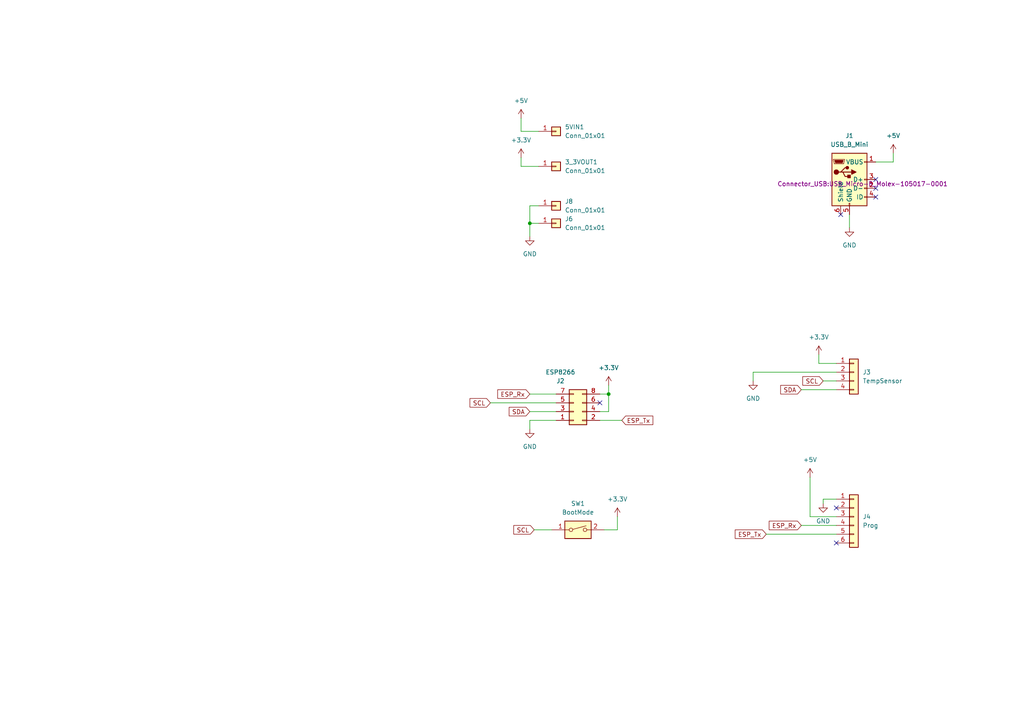
<source format=kicad_sch>
(kicad_sch (version 20230121) (generator eeschema)
  (paper "A4")
  (lib_symbols
    (symbol "Connector:USB_B_Mini" (pin_names (offset 1.016))
      (property "Reference" "J" (at -5.08 11.43 0))
      (property "Value" "USB_B_Mini" (at -5.08 8.89 0))
      (symbol "USB_B_Mini_0_1"
        (rectangle (start -5.08 -7.62) (end 5.08 7.62) (stroke (width 0.254)) (fill (type background)))
        (circle (center -3.81 2.159) (radius 0.635) (stroke (width 0.254)) (fill (type outline)))
        (circle (center -0.635 3.429) (radius 0.381) (stroke (width 0.254)) (fill (type outline)))
        (rectangle (start -0.127 -7.62) (end 0.127 -6.858))
        (polyline (pts (xy -1.905 2.159) (xy 0.635 2.159)) (stroke (width 0.254)))
        (polyline (pts (xy -3.175 2.159) (xy -2.54 2.159) (xy -1.27 3.429) (xy -0.635 3.429)) (stroke (width 0.254)))
        (polyline (pts (xy -2.54 2.159) (xy -1.905 2.159) (xy -1.27 0.889) (xy 0 0.889)) (stroke (width 0.254)))
        (polyline (pts (xy 0.635 2.794) (xy 0.635 1.524) (xy 1.905 2.159) (xy 0.635 2.794)) (stroke (width 0.254)) (fill (type outline)))
        (polyline (pts (xy -4.318 5.588) (xy -1.778 5.588) (xy -2.032 4.826) (xy -4.064 4.826) (xy -4.318 5.588)) (fill (type outline)))
        (polyline (pts (xy -4.699 5.842) (xy -4.699 5.588) (xy -4.445 4.826) (xy -4.445 4.572) (xy -1.651 4.572) (xy -1.651 4.826) (xy -1.397 5.588) (xy -1.397 5.842) (xy -4.699 5.842)))
        (rectangle (start 0.254 1.27) (end -0.508 0.508) (stroke (width 0.254)) (fill (type outline)))
        (rectangle (start 5.08 -5.207) (end 4.318 -4.953))
        (rectangle (start 5.08 -2.667) (end 4.318 -2.413))
        (rectangle (start 5.08 -0.127) (end 4.318 0.127))
        (rectangle (start 5.08 4.953) (end 4.318 5.207))
      )
      (symbol "USB_B_Mini_1_1"
        (pin power_out line (at 7.62 5.08 180) (length 2.54) (name "VBUS") (number "1"))
        (pin bidirectional line (at 7.62 -2.54 180) (length 2.54) (name "D-") (number "2"))
        (pin bidirectional line (at 7.62 0 180) (length 2.54) (name "D+") (number "3"))
        (pin passive line (at 7.62 -5.08 180) (length 2.54) (name "ID") (number "4"))
        (pin power_out line (at 0 -10.16 90) (length 2.54) (name "GND") (number "5"))
        (pin passive line (at -2.54 -10.16 90) (length 2.54) (name "Shield") (number "6"))
      )
    )
    (symbol "Connector_Generic:Conn_01x01" (pin_names (offset 1.016) hide)
      (property "Reference" "J" (at 0 2.54 0))
      (property "Value" "Conn_01x01" (at 0 -2.54 0))
      (symbol "Conn_01x01_1_1"
        (rectangle (start -1.27 0.127) (end 0 -0.127) (stroke (width 0.1524)))
        (rectangle (start -1.27 1.27) (end 1.27 -1.27) (stroke (width 0.254)) (fill (type background)))
        (pin passive line (at -5.08 0 0) (length 3.81) (name "Pin_1") (number "1"))
      )
    )
    (symbol "Connector_Generic:Conn_01x04" (pin_names (offset 1.016) hide)
      (property "Reference" "J" (at 0 5.08 0))
      (property "Value" "Conn_01x04" (at 0 -7.62 0))
      (symbol "Conn_01x04_1_1"
        (rectangle (start -1.27 -4.953) (end 0 -5.207) (stroke (width 0.1524)))
        (rectangle (start -1.27 -2.413) (end 0 -2.667) (stroke (width 0.1524)))
        (rectangle (start -1.27 0.127) (end 0 -0.127) (stroke (width 0.1524)))
        (rectangle (start -1.27 2.667) (end 0 2.413) (stroke (width 0.1524)))
        (rectangle (start -1.27 3.81) (end 1.27 -6.35) (stroke (width 0.254)) (fill (type background)))
        (pin passive line (at -5.08 2.54 0) (length 3.81) (name "Pin_1") (number "1"))
        (pin passive line (at -5.08 0 0) (length 3.81) (name "Pin_2") (number "2"))
        (pin passive line (at -5.08 -2.54 0) (length 3.81) (name "Pin_3") (number "3"))
        (pin passive line (at -5.08 -5.08 0) (length 3.81) (name "Pin_4") (number "4"))
      )
    )
    (symbol "Connector_Generic:Conn_01x06" (pin_names (offset 1.016) hide)
      (property "Reference" "J" (at 0 7.62 0))
      (property "Value" "Conn_01x06" (at 0 -10.16 0))
      (symbol "Conn_01x06_1_1"
        (rectangle (start -1.27 -7.493) (end 0 -7.747) (stroke (width 0.1524)))
        (rectangle (start -1.27 -4.953) (end 0 -5.207) (stroke (width 0.1524)))
        (rectangle (start -1.27 -2.413) (end 0 -2.667) (stroke (width 0.1524)))
        (rectangle (start -1.27 0.127) (end 0 -0.127) (stroke (width 0.1524)))
        (rectangle (start -1.27 2.667) (end 0 2.413) (stroke (width 0.1524)))
        (rectangle (start -1.27 5.207) (end 0 4.953) (stroke (width 0.1524)))
        (rectangle (start -1.27 6.35) (end 1.27 -8.89) (stroke (width 0.254)) (fill (type background)))
        (pin passive line (at -5.08 5.08 0) (length 3.81) (name "Pin_1") (number "1"))
        (pin passive line (at -5.08 2.54 0) (length 3.81) (name "Pin_2") (number "2"))
        (pin passive line (at -5.08 0 0) (length 3.81) (name "Pin_3") (number "3"))
        (pin passive line (at -5.08 -2.54 0) (length 3.81) (name "Pin_4") (number "4"))
        (pin passive line (at -5.08 -5.08 0) (length 3.81) (name "Pin_5") (number "5"))
        (pin passive line (at -5.08 -7.62 0) (length 3.81) (name "Pin_6") (number "6"))
      )
    )
    (symbol "Connector_Generic:Conn_02x04_Odd_Even" (pin_names (offset 1.016) hide)
      (property "Reference" "J" (at 1.27 5.08 0))
      (property "Value" "Conn_02x04_Odd_Even" (at 1.27 -7.62 0))
      (symbol "Conn_02x04_Odd_Even_1_1"
        (rectangle (start -1.27 -4.953) (end 0 -5.207) (stroke (width 0.1524)))
        (rectangle (start -1.27 -2.413) (end 0 -2.667) (stroke (width 0.1524)))
        (rectangle (start -1.27 0.127) (end 0 -0.127) (stroke (width 0.1524)))
        (rectangle (start -1.27 2.667) (end 0 2.413) (stroke (width 0.1524)))
        (rectangle (start -1.27 3.81) (end 3.81 -6.35) (stroke (width 0.254)) (fill (type background)))
        (rectangle (start 3.81 -4.953) (end 2.54 -5.207) (stroke (width 0.1524)))
        (rectangle (start 3.81 -2.413) (end 2.54 -2.667) (stroke (width 0.1524)))
        (rectangle (start 3.81 0.127) (end 2.54 -0.127) (stroke (width 0.1524)))
        (rectangle (start 3.81 2.667) (end 2.54 2.413) (stroke (width 0.1524)))
        (pin passive line (at -5.08 2.54 0) (length 3.81) (name "Pin_1") (number "1"))
        (pin passive line (at 7.62 2.54 180) (length 3.81) (name "Pin_2") (number "2"))
        (pin passive line (at -5.08 0 0) (length 3.81) (name "Pin_3") (number "3"))
        (pin passive line (at 7.62 0 180) (length 3.81) (name "Pin_4") (number "4"))
        (pin passive line (at -5.08 -2.54 0) (length 3.81) (name "Pin_5") (number "5"))
        (pin passive line (at 7.62 -2.54 180) (length 3.81) (name "Pin_6") (number "6"))
        (pin passive line (at -5.08 -5.08 0) (length 3.81) (name "Pin_7") (number "7"))
        (pin passive line (at 7.62 -5.08 180) (length 3.81) (name "Pin_8") (number "8"))
      )
    )
    (symbol "Switch:SW_DIP_x01" (pin_names (offset 0) hide)
      (property "Reference" "SW" (at 0 3.81 0))
      (property "Value" "SW_DIP_x01" (at 0 -3.81 0))
      (symbol "SW_DIP_x01_0_0"
        (circle (center -2.032 0) (radius 0.508))
        (polyline (pts (xy -1.524 0.127) (xy 2.3622 1.1684)))
        (circle (center 2.032 0) (radius 0.508))
      )
      (symbol "SW_DIP_x01_0_1"
        (rectangle (start -3.81 2.54) (end 3.81 -2.54) (stroke (width 0.254)) (fill (type background)))
      )
      (symbol "SW_DIP_x01_1_1"
        (pin passive line (at -7.62 0 0) (length 5.08) (name "~") (number "1"))
        (pin passive line (at 7.62 0 180) (length 5.08) (name "~") (number "2"))
      )
    )
    (symbol "power:+3.3V" (power) (pin_names (offset 0))
      (property "Value" "+3.3V" (at 0 3.556 0))
      (symbol "+3.3V_0_1"
        (polyline (pts (xy -0.762 1.27) (xy 0 2.54)))
        (polyline (pts (xy 0 0) (xy 0 2.54)))
        (polyline (pts (xy 0 2.54) (xy 0.762 1.27)))
      )
      (symbol "+3.3V_1_1"
        (pin power_in line (at 0 0 90) (length 0) hide (name "+3.3V") (number "1"))
      )
    )
    (symbol "power:+5V" (power) (pin_names (offset 0))
      (property "Value" "+5V" (at 0 3.556 0))
      (symbol "+5V_0_1"
        (polyline (pts (xy -0.762 1.27) (xy 0 2.54)))
        (polyline (pts (xy 0 0) (xy 0 2.54)))
        (polyline (pts (xy 0 2.54) (xy 0.762 1.27)))
      )
      (symbol "+5V_1_1"
        (pin power_in line (at 0 0 90) (length 0) hide (name "+5V") (number "1"))
      )
    )
    (symbol "power:GND" (power) (pin_names (offset 0))
      (property "Value" "GND" (at 0 -3.81 0))
      (symbol "GND_0_1"
        (polyline (pts (xy 0 0) (xy 0 -1.27) (xy 1.27 -1.27) (xy 0 -2.54) (xy -1.27 -1.27) (xy 0 -1.27)))
      )
      (symbol "GND_1_1"
        (pin power_in line (at 0 0 270) (length 0) hide (name "GND") (number "1"))
      )
    )
  )
  (junction (at 153.67 64.77))
  (junction (at 176.53 114.3))
  (no_connect (at 254 52.07))
  (no_connect (at 173.99 116.84))
  (no_connect (at 254 57.15))
  (no_connect (at 243.84 62.23))
  (no_connect (at 254 54.61))
  (no_connect (at 242.57 157.48))
  (no_connect (at 242.57 147.32))
  (wire (pts (xy 242.57 105.41) (xy 237.49 105.41)))
  (wire (pts (xy 153.67 64.77) (xy 153.67 68.58)))
  (wire (pts (xy 173.99 119.38) (xy 176.53 119.38)))
  (wire (pts (xy 151.13 38.1) (xy 156.21 38.1)))
  (wire (pts (xy 153.67 59.69) (xy 153.67 64.77)))
  (wire (pts (xy 154.94 153.67) (xy 160.02 153.67)))
  (wire (pts (xy 156.21 59.69) (xy 153.67 59.69)))
  (wire (pts (xy 176.53 119.38) (xy 176.53 114.3)))
  (wire (pts (xy 218.44 110.49) (xy 218.44 107.95)))
  (wire (pts (xy 234.95 149.86) (xy 242.57 149.86)))
  (wire (pts (xy 232.41 113.03) (xy 242.57 113.03)))
  (wire (pts (xy 153.67 119.38) (xy 161.29 119.38)))
  (wire (pts (xy 234.95 138.43) (xy 234.95 149.86)))
  (wire (pts (xy 142.24 116.84) (xy 161.29 116.84)))
  (wire (pts (xy 246.38 62.23) (xy 246.38 66.04)))
  (wire (pts (xy 179.07 153.67) (xy 179.07 149.86)))
  (wire (pts (xy 218.44 107.95) (xy 242.57 107.95)))
  (wire (pts (xy 242.57 144.78) (xy 238.76 144.78)))
  (wire (pts (xy 238.76 110.49) (xy 242.57 110.49)))
  (wire (pts (xy 151.13 45.72) (xy 151.13 48.26)))
  (wire (pts (xy 173.99 114.3) (xy 176.53 114.3)))
  (wire (pts (xy 153.67 64.77) (xy 156.21 64.77)))
  (wire (pts (xy 151.13 34.29) (xy 151.13 38.1)))
  (wire (pts (xy 222.25 154.94) (xy 242.57 154.94)))
  (wire (pts (xy 175.26 153.67) (xy 179.07 153.67)))
  (wire (pts (xy 232.41 152.4) (xy 242.57 152.4)))
  (wire (pts (xy 238.76 144.78) (xy 238.76 146.05)))
  (wire (pts (xy 259.08 46.99) (xy 254 46.99)))
  (wire (pts (xy 153.67 121.92) (xy 153.67 124.46)))
  (wire (pts (xy 259.08 44.45) (xy 259.08 46.99)))
  (wire (pts (xy 176.53 114.3) (xy 176.53 111.76)))
  (wire (pts (xy 151.13 48.26) (xy 156.21 48.26)))
  (wire (pts (xy 161.29 121.92) (xy 153.67 121.92)))
  (wire (pts (xy 173.99 121.92) (xy 180.34 121.92)))
  (wire (pts (xy 237.49 105.41) (xy 237.49 102.87)))
  (wire (pts (xy 153.67 114.3) (xy 161.29 114.3)))
  (global_label "SCL" (shape input) (at 154.94 153.67 180) (property "Intersheetrefs" "${INTERSHEET_REFS}" (effects hide)))
  (global_label "SCL" (shape input) (at 238.76 110.49 180) (property "Intersheetrefs" "${INTERSHEET_REFS}" (effects hide)))
  (global_label "SDA" (shape input) (at 232.41 113.03 180) (property "Intersheetrefs" "${INTERSHEET_REFS}" (effects hide)))
  (global_label "SDA" (shape input) (at 153.67 119.38 180) (property "Intersheetrefs" "${INTERSHEET_REFS}" (effects hide)))
  (global_label "ESP_Tx" (shape input) (at 180.34 121.92 0) (property "Intersheetrefs" "${INTERSHEET_REFS}" (effects hide)))
  (global_label "ESP_Rx" (shape input) (at 232.41 152.4 180) (property "Intersheetrefs" "${INTERSHEET_REFS}" (effects hide)))
  (global_label "ESP_Rx" (shape input) (at 153.67 114.3 180) (property "Intersheetrefs" "${INTERSHEET_REFS}" (effects hide)))
  (global_label "SCL" (shape input) (at 142.24 116.84 180) (property "Intersheetrefs" "${INTERSHEET_REFS}" (effects hide)))
  (global_label "ESP_Tx" (shape input) (at 222.25 154.94 180) (property "Intersheetrefs" "${INTERSHEET_REFS}" (effects hide)))
  (symbol (lib_id "Switch:SW_DIP_x01") (at 167.64 153.67 0) (unit 1)
    (property "Reference" "SW1" (at 167.64 146.05 0))
    (property "Value" "BootMode" (at 167.64 148.59 0))
    (property "Footprint" "Button_Switch_THT:SW_PUSH_6mm" (effects hide))
  )
  (symbol (lib_id "power:+3.3V") (at 151.13 45.72 0) (unit 1)
    (property "Reference" "#PWR012" (effects hide))
    (property "Value" "+3.3V" (at 151.13 40.64 0))
  )
  (symbol (lib_id "power:GND") (at 238.76 146.05 0) (unit 1)
    (property "Reference" "#PWR09" (effects hide))
    (property "Value" "GND" (at 238.76 151.13 0))
  )
  (symbol (lib_id "power:+5V") (at 234.95 138.43 0) (unit 1)
    (property "Reference" "#PWR08" (effects hide))
    (property "Value" "+5V" (at 234.95 133.35 0))
  )
  (symbol (lib_id "Connector_Generic:Conn_01x01") (at 161.29 38.1 0) (unit 1)
    (property "Reference" "5VIN1" (at 163.83 36.83 0) (effects (justify left)))
    (property "Value" "Conn_01x01" (at 163.83 39.37 0) (effects (justify left)))
    (property "Footprint" "Connector_PinSocket_2.54mm:PinSocket_1x01_P2.54mm_Vertical" (effects hide))
  )
  (symbol (lib_id "power:+3.3V") (at 237.49 102.87 0) (unit 1)
    (property "Reference" "#PWR05" (effects hide))
    (property "Value" "+3.3V" (at 237.49 97.79 0))
  )
  (symbol (lib_id "Connector_Generic:Conn_01x04") (at 247.65 107.95 0) (unit 1)
    (property "Reference" "J3" (at 250.19 107.95 0) (effects (justify left)))
    (property "Value" "TempSensor" (at 250.19 110.49 0) (effects (justify left)))
    (property "Footprint" "Connector_PinSocket_2.54mm:PinSocket_1x04_P2.54mm_Horizontal" (effects hide))
  )
  (symbol (lib_id "power:+3.3V") (at 176.53 111.76 0) (unit 1)
    (property "Reference" "#PWR03" (effects hide))
    (property "Value" "+3.3V" (at 176.53 106.68 0))
  )
  (symbol (lib_id "Connector_Generic:Conn_01x01") (at 161.29 59.69 0) (unit 1)
    (property "Reference" "J8" (at 163.83 58.42 0) (effects (justify left)))
    (property "Value" "Conn_01x01" (at 163.83 60.96 0) (effects (justify left)))
    (property "Footprint" "Connector_PinSocket_2.54mm:PinSocket_1x01_P2.54mm_Vertical" (effects hide))
  )
  (symbol (lib_id "Connector_Generic:Conn_01x06") (at 247.65 149.86 0) (unit 1)
    (property "Reference" "J4" (at 250.19 149.86 0) (effects (justify left)))
    (property "Value" "Prog" (at 250.19 152.4 0) (effects (justify left)))
    (property "Footprint" "Connector_PinHeader_2.54mm:PinHeader_1x06_P2.54mm_Vertical" (effects hide))
  )
  (symbol (lib_id "power:GND") (at 153.67 68.58 0) (unit 1)
    (property "Reference" "#PWR010" (effects hide))
    (property "Value" "GND" (at 153.67 73.66 0))
  )
  (symbol (lib_id "Connector:USB_B_Mini") (at 246.38 52.07 0) (unit 1)
    (property "Reference" "J1" (at 246.38 39.37 0))
    (property "Value" "USB_B_Mini" (at 246.38 41.91 0))
    (property "Footprint" "Connector_USB:USB_Micro-B_Molex-105017-0001" (at 250.19 53.34 0))
  )
  (symbol (lib_id "Connector_Generic:Conn_01x01") (at 161.29 48.26 0) (unit 1)
    (property "Reference" "3_3VOUT1" (at 163.83 46.99 0) (effects (justify left)))
    (property "Value" "Conn_01x01" (at 163.83 49.53 0) (effects (justify left)))
    (property "Footprint" "Connector_PinSocket_2.54mm:PinSocket_1x01_P2.54mm_Vertical" (effects hide))
  )
  (symbol (lib_id "power:GND") (at 246.38 66.04 0) (unit 1)
    (property "Reference" "#PWR01" (effects hide))
    (property "Value" "GND" (at 246.38 71.12 0))
  )
  (symbol (lib_id "power:+5V") (at 259.08 44.45 0) (unit 1)
    (property "Reference" "#PWR02" (effects hide))
    (property "Value" "+5V" (at 259.08 39.37 0))
  )
  (symbol (lib_id "Connector_Generic:Conn_01x01") (at 161.29 64.77 0) (unit 1)
    (property "Reference" "J6" (at 163.83 63.5 0) (effects (justify left)))
    (property "Value" "Conn_01x01" (at 163.83 66.04 0) (effects (justify left)))
    (property "Footprint" "Connector_PinSocket_2.54mm:PinSocket_1x01_P2.54mm_Vertical" (effects hide))
  )
  (symbol (lib_id "Connector_Generic:Conn_02x04_Odd_Even") (at 166.37 119.38 0) (mirror x) (unit 1)
    (property "Reference" "J2" (at 162.56 110.49 0))
    (property "Value" "ESP8266" (at 162.56 107.95 0))
    (property "Footprint" "Connector_PinSocket_2.54mm:PinSocket_2x04_P2.54mm_Vertical" (effects hide))
  )
  (symbol (lib_id "power:+3.3V") (at 179.07 149.86 0) (unit 1)
    (property "Reference" "#PWR07" (effects hide))
    (property "Value" "+3.3V" (at 179.07 144.78 0))
  )
  (symbol (lib_id "power:GND") (at 218.44 110.49 0) (unit 1)
    (property "Reference" "#PWR06" (effects hide))
    (property "Value" "GND" (at 218.44 115.57 0))
  )
  (symbol (lib_id "power:+5V") (at 151.13 34.29 0) (unit 1)
    (property "Reference" "#PWR011" (effects hide))
    (property "Value" "+5V" (at 151.13 29.21 0))
  )
  (symbol (lib_id "power:GND") (at 153.67 124.46 0) (unit 1)
    (property "Reference" "#PWR04" (effects hide))
    (property "Value" "GND" (at 153.67 129.54 0))
  )
)
</source>
